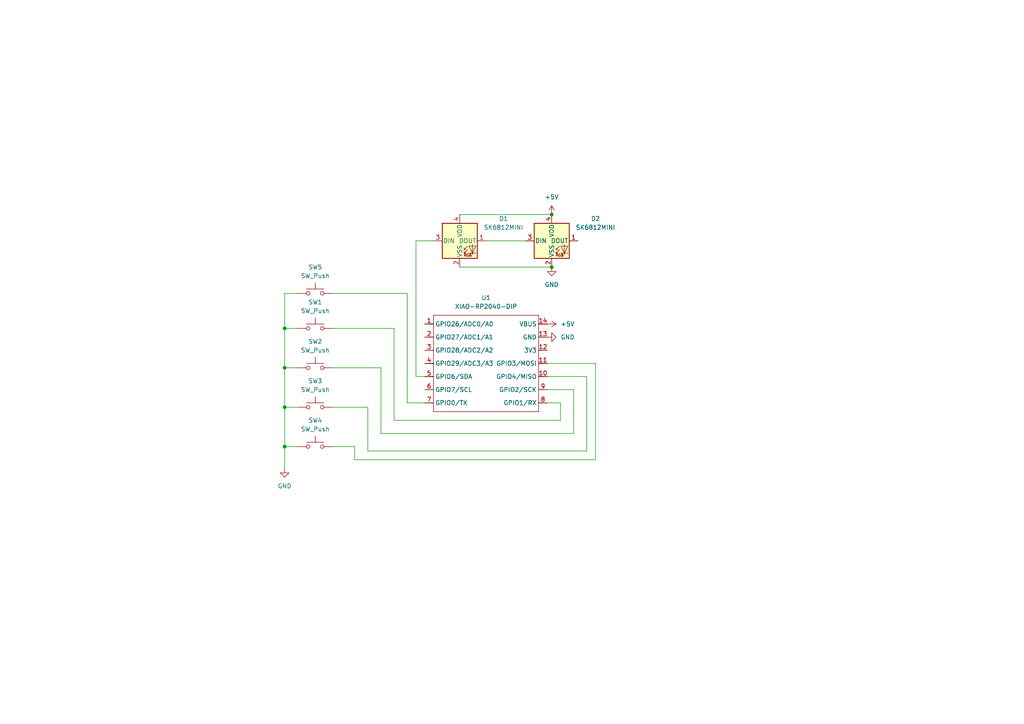
<source format=kicad_sch>
(kicad_sch
	(version 20250114)
	(generator "eeschema")
	(generator_version "9.0")
	(uuid "1f34c944-45a0-4f3d-95ec-c6cf827e2419")
	(paper "A4")
	(lib_symbols
		(symbol "LED:SK6812MINI"
			(pin_names
				(offset 0.254)
			)
			(exclude_from_sim no)
			(in_bom yes)
			(on_board yes)
			(property "Reference" "D"
				(at 5.08 5.715 0)
				(effects
					(font
						(size 1.27 1.27)
					)
					(justify right bottom)
				)
			)
			(property "Value" "SK6812MINI"
				(at 1.27 -5.715 0)
				(effects
					(font
						(size 1.27 1.27)
					)
					(justify left top)
				)
			)
			(property "Footprint" "LED_SMD:LED_SK6812MINI_PLCC4_3.5x3.5mm_P1.75mm"
				(at 1.27 -7.62 0)
				(effects
					(font
						(size 1.27 1.27)
					)
					(justify left top)
					(hide yes)
				)
			)
			(property "Datasheet" "https://cdn-shop.adafruit.com/product-files/2686/SK6812MINI_REV.01-1-2.pdf"
				(at 2.54 -9.525 0)
				(effects
					(font
						(size 1.27 1.27)
					)
					(justify left top)
					(hide yes)
				)
			)
			(property "Description" "RGB LED with integrated controller"
				(at 0 0 0)
				(effects
					(font
						(size 1.27 1.27)
					)
					(hide yes)
				)
			)
			(property "ki_keywords" "RGB LED NeoPixel Mini addressable"
				(at 0 0 0)
				(effects
					(font
						(size 1.27 1.27)
					)
					(hide yes)
				)
			)
			(property "ki_fp_filters" "LED*SK6812MINI*PLCC*3.5x3.5mm*P1.75mm*"
				(at 0 0 0)
				(effects
					(font
						(size 1.27 1.27)
					)
					(hide yes)
				)
			)
			(symbol "SK6812MINI_0_0"
				(text "RGB"
					(at 2.286 -4.191 0)
					(effects
						(font
							(size 0.762 0.762)
						)
					)
				)
			)
			(symbol "SK6812MINI_0_1"
				(polyline
					(pts
						(xy 1.27 -2.54) (xy 1.778 -2.54)
					)
					(stroke
						(width 0)
						(type default)
					)
					(fill
						(type none)
					)
				)
				(polyline
					(pts
						(xy 1.27 -3.556) (xy 1.778 -3.556)
					)
					(stroke
						(width 0)
						(type default)
					)
					(fill
						(type none)
					)
				)
				(polyline
					(pts
						(xy 2.286 -1.524) (xy 1.27 -2.54) (xy 1.27 -2.032)
					)
					(stroke
						(width 0)
						(type default)
					)
					(fill
						(type none)
					)
				)
				(polyline
					(pts
						(xy 2.286 -2.54) (xy 1.27 -3.556) (xy 1.27 -3.048)
					)
					(stroke
						(width 0)
						(type default)
					)
					(fill
						(type none)
					)
				)
				(polyline
					(pts
						(xy 3.683 -1.016) (xy 3.683 -3.556) (xy 3.683 -4.064)
					)
					(stroke
						(width 0)
						(type default)
					)
					(fill
						(type none)
					)
				)
				(polyline
					(pts
						(xy 4.699 -1.524) (xy 2.667 -1.524) (xy 3.683 -3.556) (xy 4.699 -1.524)
					)
					(stroke
						(width 0)
						(type default)
					)
					(fill
						(type none)
					)
				)
				(polyline
					(pts
						(xy 4.699 -3.556) (xy 2.667 -3.556)
					)
					(stroke
						(width 0)
						(type default)
					)
					(fill
						(type none)
					)
				)
				(rectangle
					(start 5.08 5.08)
					(end -5.08 -5.08)
					(stroke
						(width 0.254)
						(type default)
					)
					(fill
						(type background)
					)
				)
			)
			(symbol "SK6812MINI_1_1"
				(pin input line
					(at -7.62 0 0)
					(length 2.54)
					(name "DIN"
						(effects
							(font
								(size 1.27 1.27)
							)
						)
					)
					(number "3"
						(effects
							(font
								(size 1.27 1.27)
							)
						)
					)
				)
				(pin power_in line
					(at 0 7.62 270)
					(length 2.54)
					(name "VDD"
						(effects
							(font
								(size 1.27 1.27)
							)
						)
					)
					(number "4"
						(effects
							(font
								(size 1.27 1.27)
							)
						)
					)
				)
				(pin power_in line
					(at 0 -7.62 90)
					(length 2.54)
					(name "VSS"
						(effects
							(font
								(size 1.27 1.27)
							)
						)
					)
					(number "2"
						(effects
							(font
								(size 1.27 1.27)
							)
						)
					)
				)
				(pin output line
					(at 7.62 0 180)
					(length 2.54)
					(name "DOUT"
						(effects
							(font
								(size 1.27 1.27)
							)
						)
					)
					(number "1"
						(effects
							(font
								(size 1.27 1.27)
							)
						)
					)
				)
			)
			(embedded_fonts no)
		)
		(symbol "OPL:XIAO-RP2040-DIP"
			(exclude_from_sim no)
			(in_bom yes)
			(on_board yes)
			(property "Reference" "U"
				(at 0 0 0)
				(effects
					(font
						(size 1.27 1.27)
					)
				)
			)
			(property "Value" "XIAO-RP2040-DIP"
				(at 5.334 -1.778 0)
				(effects
					(font
						(size 1.27 1.27)
					)
				)
			)
			(property "Footprint" "Module:MOUDLE14P-XIAO-DIP-SMD"
				(at 14.478 -32.258 0)
				(effects
					(font
						(size 1.27 1.27)
					)
					(hide yes)
				)
			)
			(property "Datasheet" ""
				(at 0 0 0)
				(effects
					(font
						(size 1.27 1.27)
					)
					(hide yes)
				)
			)
			(property "Description" ""
				(at 0 0 0)
				(effects
					(font
						(size 1.27 1.27)
					)
					(hide yes)
				)
			)
			(symbol "XIAO-RP2040-DIP_1_0"
				(polyline
					(pts
						(xy -1.27 -2.54) (xy 29.21 -2.54)
					)
					(stroke
						(width 0.1524)
						(type solid)
					)
					(fill
						(type none)
					)
				)
				(polyline
					(pts
						(xy -1.27 -5.08) (xy -2.54 -5.08)
					)
					(stroke
						(width 0.1524)
						(type solid)
					)
					(fill
						(type none)
					)
				)
				(polyline
					(pts
						(xy -1.27 -5.08) (xy -1.27 -2.54)
					)
					(stroke
						(width 0.1524)
						(type solid)
					)
					(fill
						(type none)
					)
				)
				(polyline
					(pts
						(xy -1.27 -8.89) (xy -2.54 -8.89)
					)
					(stroke
						(width 0.1524)
						(type solid)
					)
					(fill
						(type none)
					)
				)
				(polyline
					(pts
						(xy -1.27 -8.89) (xy -1.27 -5.08)
					)
					(stroke
						(width 0.1524)
						(type solid)
					)
					(fill
						(type none)
					)
				)
				(polyline
					(pts
						(xy -1.27 -12.7) (xy -2.54 -12.7)
					)
					(stroke
						(width 0.1524)
						(type solid)
					)
					(fill
						(type none)
					)
				)
				(polyline
					(pts
						(xy -1.27 -12.7) (xy -1.27 -8.89)
					)
					(stroke
						(width 0.1524)
						(type solid)
					)
					(fill
						(type none)
					)
				)
				(polyline
					(pts
						(xy -1.27 -16.51) (xy -2.54 -16.51)
					)
					(stroke
						(width 0.1524)
						(type solid)
					)
					(fill
						(type none)
					)
				)
				(polyline
					(pts
						(xy -1.27 -16.51) (xy -1.27 -12.7)
					)
					(stroke
						(width 0.1524)
						(type solid)
					)
					(fill
						(type none)
					)
				)
				(polyline
					(pts
						(xy -1.27 -20.32) (xy -2.54 -20.32)
					)
					(stroke
						(width 0.1524)
						(type solid)
					)
					(fill
						(type none)
					)
				)
				(polyline
					(pts
						(xy -1.27 -24.13) (xy -2.54 -24.13)
					)
					(stroke
						(width 0.1524)
						(type solid)
					)
					(fill
						(type none)
					)
				)
				(polyline
					(pts
						(xy -1.27 -27.94) (xy -2.54 -27.94)
					)
					(stroke
						(width 0.1524)
						(type solid)
					)
					(fill
						(type none)
					)
				)
				(polyline
					(pts
						(xy -1.27 -30.48) (xy -1.27 -16.51)
					)
					(stroke
						(width 0.1524)
						(type solid)
					)
					(fill
						(type none)
					)
				)
				(polyline
					(pts
						(xy 29.21 -2.54) (xy 29.21 -5.08)
					)
					(stroke
						(width 0.1524)
						(type solid)
					)
					(fill
						(type none)
					)
				)
				(polyline
					(pts
						(xy 29.21 -5.08) (xy 29.21 -8.89)
					)
					(stroke
						(width 0.1524)
						(type solid)
					)
					(fill
						(type none)
					)
				)
				(polyline
					(pts
						(xy 29.21 -8.89) (xy 29.21 -12.7)
					)
					(stroke
						(width 0.1524)
						(type solid)
					)
					(fill
						(type none)
					)
				)
				(polyline
					(pts
						(xy 29.21 -12.7) (xy 29.21 -30.48)
					)
					(stroke
						(width 0.1524)
						(type solid)
					)
					(fill
						(type none)
					)
				)
				(polyline
					(pts
						(xy 29.21 -30.48) (xy -1.27 -30.48)
					)
					(stroke
						(width 0.1524)
						(type solid)
					)
					(fill
						(type none)
					)
				)
				(polyline
					(pts
						(xy 30.48 -5.08) (xy 29.21 -5.08)
					)
					(stroke
						(width 0.1524)
						(type solid)
					)
					(fill
						(type none)
					)
				)
				(polyline
					(pts
						(xy 30.48 -8.89) (xy 29.21 -8.89)
					)
					(stroke
						(width 0.1524)
						(type solid)
					)
					(fill
						(type none)
					)
				)
				(polyline
					(pts
						(xy 30.48 -12.7) (xy 29.21 -12.7)
					)
					(stroke
						(width 0.1524)
						(type solid)
					)
					(fill
						(type none)
					)
				)
				(polyline
					(pts
						(xy 30.48 -16.51) (xy 29.21 -16.51)
					)
					(stroke
						(width 0.1524)
						(type solid)
					)
					(fill
						(type none)
					)
				)
				(polyline
					(pts
						(xy 30.48 -20.32) (xy 29.21 -20.32)
					)
					(stroke
						(width 0.1524)
						(type solid)
					)
					(fill
						(type none)
					)
				)
				(polyline
					(pts
						(xy 30.48 -24.13) (xy 29.21 -24.13)
					)
					(stroke
						(width 0.1524)
						(type solid)
					)
					(fill
						(type none)
					)
				)
				(polyline
					(pts
						(xy 30.48 -27.94) (xy 29.21 -27.94)
					)
					(stroke
						(width 0.1524)
						(type solid)
					)
					(fill
						(type none)
					)
				)
				(pin passive line
					(at -3.81 -5.08 0)
					(length 2.54)
					(name "GPIO26/ADC0/A0"
						(effects
							(font
								(size 1.27 1.27)
							)
						)
					)
					(number "1"
						(effects
							(font
								(size 1.27 1.27)
							)
						)
					)
				)
				(pin passive line
					(at -3.81 -8.89 0)
					(length 2.54)
					(name "GPIO27/ADC1/A1"
						(effects
							(font
								(size 1.27 1.27)
							)
						)
					)
					(number "2"
						(effects
							(font
								(size 1.27 1.27)
							)
						)
					)
				)
				(pin passive line
					(at -3.81 -12.7 0)
					(length 2.54)
					(name "GPIO28/ADC2/A2"
						(effects
							(font
								(size 1.27 1.27)
							)
						)
					)
					(number "3"
						(effects
							(font
								(size 1.27 1.27)
							)
						)
					)
				)
				(pin passive line
					(at -3.81 -16.51 0)
					(length 2.54)
					(name "GPIO29/ADC3/A3"
						(effects
							(font
								(size 1.27 1.27)
							)
						)
					)
					(number "4"
						(effects
							(font
								(size 1.27 1.27)
							)
						)
					)
				)
				(pin passive line
					(at -3.81 -20.32 0)
					(length 2.54)
					(name "GPIO6/SDA"
						(effects
							(font
								(size 1.27 1.27)
							)
						)
					)
					(number "5"
						(effects
							(font
								(size 1.27 1.27)
							)
						)
					)
				)
				(pin passive line
					(at -3.81 -24.13 0)
					(length 2.54)
					(name "GPIO7/SCL"
						(effects
							(font
								(size 1.27 1.27)
							)
						)
					)
					(number "6"
						(effects
							(font
								(size 1.27 1.27)
							)
						)
					)
				)
				(pin passive line
					(at -3.81 -27.94 0)
					(length 2.54)
					(name "GPIO0/TX"
						(effects
							(font
								(size 1.27 1.27)
							)
						)
					)
					(number "7"
						(effects
							(font
								(size 1.27 1.27)
							)
						)
					)
				)
				(pin passive line
					(at 31.75 -5.08 180)
					(length 2.54)
					(name "VBUS"
						(effects
							(font
								(size 1.27 1.27)
							)
						)
					)
					(number "14"
						(effects
							(font
								(size 1.27 1.27)
							)
						)
					)
				)
				(pin passive line
					(at 31.75 -8.89 180)
					(length 2.54)
					(name "GND"
						(effects
							(font
								(size 1.27 1.27)
							)
						)
					)
					(number "13"
						(effects
							(font
								(size 1.27 1.27)
							)
						)
					)
				)
				(pin passive line
					(at 31.75 -12.7 180)
					(length 2.54)
					(name "3V3"
						(effects
							(font
								(size 1.27 1.27)
							)
						)
					)
					(number "12"
						(effects
							(font
								(size 1.27 1.27)
							)
						)
					)
				)
				(pin passive line
					(at 31.75 -16.51 180)
					(length 2.54)
					(name "GPIO3/MOSI"
						(effects
							(font
								(size 1.27 1.27)
							)
						)
					)
					(number "11"
						(effects
							(font
								(size 1.27 1.27)
							)
						)
					)
				)
				(pin passive line
					(at 31.75 -20.32 180)
					(length 2.54)
					(name "GPIO4/MISO"
						(effects
							(font
								(size 1.27 1.27)
							)
						)
					)
					(number "10"
						(effects
							(font
								(size 1.27 1.27)
							)
						)
					)
				)
				(pin passive line
					(at 31.75 -24.13 180)
					(length 2.54)
					(name "GPIO2/SCK"
						(effects
							(font
								(size 1.27 1.27)
							)
						)
					)
					(number "9"
						(effects
							(font
								(size 1.27 1.27)
							)
						)
					)
				)
				(pin passive line
					(at 31.75 -27.94 180)
					(length 2.54)
					(name "GPIO1/RX"
						(effects
							(font
								(size 1.27 1.27)
							)
						)
					)
					(number "8"
						(effects
							(font
								(size 1.27 1.27)
							)
						)
					)
				)
			)
			(embedded_fonts no)
		)
		(symbol "Switch:SW_Push"
			(pin_numbers
				(hide yes)
			)
			(pin_names
				(offset 1.016)
				(hide yes)
			)
			(exclude_from_sim no)
			(in_bom yes)
			(on_board yes)
			(property "Reference" "SW"
				(at 1.27 2.54 0)
				(effects
					(font
						(size 1.27 1.27)
					)
					(justify left)
				)
			)
			(property "Value" "SW_Push"
				(at 0 -1.524 0)
				(effects
					(font
						(size 1.27 1.27)
					)
				)
			)
			(property "Footprint" ""
				(at 0 5.08 0)
				(effects
					(font
						(size 1.27 1.27)
					)
					(hide yes)
				)
			)
			(property "Datasheet" "~"
				(at 0 5.08 0)
				(effects
					(font
						(size 1.27 1.27)
					)
					(hide yes)
				)
			)
			(property "Description" "Push button switch, generic, two pins"
				(at 0 0 0)
				(effects
					(font
						(size 1.27 1.27)
					)
					(hide yes)
				)
			)
			(property "ki_keywords" "switch normally-open pushbutton push-button"
				(at 0 0 0)
				(effects
					(font
						(size 1.27 1.27)
					)
					(hide yes)
				)
			)
			(symbol "SW_Push_0_1"
				(circle
					(center -2.032 0)
					(radius 0.508)
					(stroke
						(width 0)
						(type default)
					)
					(fill
						(type none)
					)
				)
				(polyline
					(pts
						(xy 0 1.27) (xy 0 3.048)
					)
					(stroke
						(width 0)
						(type default)
					)
					(fill
						(type none)
					)
				)
				(circle
					(center 2.032 0)
					(radius 0.508)
					(stroke
						(width 0)
						(type default)
					)
					(fill
						(type none)
					)
				)
				(polyline
					(pts
						(xy 2.54 1.27) (xy -2.54 1.27)
					)
					(stroke
						(width 0)
						(type default)
					)
					(fill
						(type none)
					)
				)
				(pin passive line
					(at -5.08 0 0)
					(length 2.54)
					(name "1"
						(effects
							(font
								(size 1.27 1.27)
							)
						)
					)
					(number "1"
						(effects
							(font
								(size 1.27 1.27)
							)
						)
					)
				)
				(pin passive line
					(at 5.08 0 180)
					(length 2.54)
					(name "2"
						(effects
							(font
								(size 1.27 1.27)
							)
						)
					)
					(number "2"
						(effects
							(font
								(size 1.27 1.27)
							)
						)
					)
				)
			)
			(embedded_fonts no)
		)
		(symbol "power:+5V"
			(power)
			(pin_numbers
				(hide yes)
			)
			(pin_names
				(offset 0)
				(hide yes)
			)
			(exclude_from_sim no)
			(in_bom yes)
			(on_board yes)
			(property "Reference" "#PWR"
				(at 0 -3.81 0)
				(effects
					(font
						(size 1.27 1.27)
					)
					(hide yes)
				)
			)
			(property "Value" "+5V"
				(at 0 3.556 0)
				(effects
					(font
						(size 1.27 1.27)
					)
				)
			)
			(property "Footprint" ""
				(at 0 0 0)
				(effects
					(font
						(size 1.27 1.27)
					)
					(hide yes)
				)
			)
			(property "Datasheet" ""
				(at 0 0 0)
				(effects
					(font
						(size 1.27 1.27)
					)
					(hide yes)
				)
			)
			(property "Description" "Power symbol creates a global label with name \"+5V\""
				(at 0 0 0)
				(effects
					(font
						(size 1.27 1.27)
					)
					(hide yes)
				)
			)
			(property "ki_keywords" "global power"
				(at 0 0 0)
				(effects
					(font
						(size 1.27 1.27)
					)
					(hide yes)
				)
			)
			(symbol "+5V_0_1"
				(polyline
					(pts
						(xy -0.762 1.27) (xy 0 2.54)
					)
					(stroke
						(width 0)
						(type default)
					)
					(fill
						(type none)
					)
				)
				(polyline
					(pts
						(xy 0 2.54) (xy 0.762 1.27)
					)
					(stroke
						(width 0)
						(type default)
					)
					(fill
						(type none)
					)
				)
				(polyline
					(pts
						(xy 0 0) (xy 0 2.54)
					)
					(stroke
						(width 0)
						(type default)
					)
					(fill
						(type none)
					)
				)
			)
			(symbol "+5V_1_1"
				(pin power_in line
					(at 0 0 90)
					(length 0)
					(name "~"
						(effects
							(font
								(size 1.27 1.27)
							)
						)
					)
					(number "1"
						(effects
							(font
								(size 1.27 1.27)
							)
						)
					)
				)
			)
			(embedded_fonts no)
		)
		(symbol "power:GND"
			(power)
			(pin_numbers
				(hide yes)
			)
			(pin_names
				(offset 0)
				(hide yes)
			)
			(exclude_from_sim no)
			(in_bom yes)
			(on_board yes)
			(property "Reference" "#PWR"
				(at 0 -6.35 0)
				(effects
					(font
						(size 1.27 1.27)
					)
					(hide yes)
				)
			)
			(property "Value" "GND"
				(at 0 -3.81 0)
				(effects
					(font
						(size 1.27 1.27)
					)
				)
			)
			(property "Footprint" ""
				(at 0 0 0)
				(effects
					(font
						(size 1.27 1.27)
					)
					(hide yes)
				)
			)
			(property "Datasheet" ""
				(at 0 0 0)
				(effects
					(font
						(size 1.27 1.27)
					)
					(hide yes)
				)
			)
			(property "Description" "Power symbol creates a global label with name \"GND\" , ground"
				(at 0 0 0)
				(effects
					(font
						(size 1.27 1.27)
					)
					(hide yes)
				)
			)
			(property "ki_keywords" "global power"
				(at 0 0 0)
				(effects
					(font
						(size 1.27 1.27)
					)
					(hide yes)
				)
			)
			(symbol "GND_0_1"
				(polyline
					(pts
						(xy 0 0) (xy 0 -1.27) (xy 1.27 -1.27) (xy 0 -2.54) (xy -1.27 -1.27) (xy 0 -1.27)
					)
					(stroke
						(width 0)
						(type default)
					)
					(fill
						(type none)
					)
				)
			)
			(symbol "GND_1_1"
				(pin power_in line
					(at 0 0 270)
					(length 0)
					(name "~"
						(effects
							(font
								(size 1.27 1.27)
							)
						)
					)
					(number "1"
						(effects
							(font
								(size 1.27 1.27)
							)
						)
					)
				)
			)
			(embedded_fonts no)
		)
	)
	(junction
		(at 82.55 129.54)
		(diameter 0)
		(color 0 0 0 0)
		(uuid "41813323-88d5-4b2b-8e1d-b0264cb89da5")
	)
	(junction
		(at 82.55 95.25)
		(diameter 0)
		(color 0 0 0 0)
		(uuid "a4396f4d-35b8-4967-9d05-42fb08ed67c3")
	)
	(junction
		(at 160.02 77.47)
		(diameter 0)
		(color 0 0 0 0)
		(uuid "b8864b58-f9d5-4bc9-a891-b0b7c831cb35")
	)
	(junction
		(at 82.55 118.11)
		(diameter 0)
		(color 0 0 0 0)
		(uuid "ce755793-281c-4b0d-aaed-03867fc23d4a")
	)
	(junction
		(at 82.55 106.68)
		(diameter 0)
		(color 0 0 0 0)
		(uuid "e4348d56-8633-448c-a69c-34ee8ca0bfcc")
	)
	(junction
		(at 160.02 62.23)
		(diameter 0)
		(color 0 0 0 0)
		(uuid "f5378a9a-92a5-4391-9864-f90afba341ba")
	)
	(wire
		(pts
			(xy 102.87 133.35) (xy 102.87 129.54)
		)
		(stroke
			(width 0)
			(type default)
		)
		(uuid "02a9de38-dbf3-45fc-9a80-3778c9757815")
	)
	(wire
		(pts
			(xy 162.56 121.92) (xy 114.3 121.92)
		)
		(stroke
			(width 0)
			(type default)
		)
		(uuid "0767397e-f3fc-4206-92ec-124f6a98f11c")
	)
	(wire
		(pts
			(xy 172.72 133.35) (xy 102.87 133.35)
		)
		(stroke
			(width 0)
			(type default)
		)
		(uuid "07ce8dfa-cc82-4598-8fee-a6b7af906505")
	)
	(wire
		(pts
			(xy 170.18 130.81) (xy 106.68 130.81)
		)
		(stroke
			(width 0)
			(type default)
		)
		(uuid "0abc1b48-9eca-46d4-af34-30bae776c5b9")
	)
	(wire
		(pts
			(xy 110.49 125.73) (xy 110.49 106.68)
		)
		(stroke
			(width 0)
			(type default)
		)
		(uuid "1327bacd-7451-4e63-a99e-931cefad2f07")
	)
	(wire
		(pts
			(xy 158.75 113.03) (xy 166.37 113.03)
		)
		(stroke
			(width 0)
			(type default)
		)
		(uuid "17f8dab3-dc32-4d26-a3bf-73bd4ce61766")
	)
	(wire
		(pts
			(xy 82.55 118.11) (xy 82.55 129.54)
		)
		(stroke
			(width 0)
			(type default)
		)
		(uuid "20cdd232-8b3a-4a1f-ae75-9ea1a588b9a5")
	)
	(wire
		(pts
			(xy 82.55 118.11) (xy 86.36 118.11)
		)
		(stroke
			(width 0)
			(type default)
		)
		(uuid "2324b7cd-f7c2-4286-a280-28eb7bbd94b5")
	)
	(wire
		(pts
			(xy 102.87 129.54) (xy 96.52 129.54)
		)
		(stroke
			(width 0)
			(type default)
		)
		(uuid "2693e042-bdc0-47be-bc7d-8421f022e7d7")
	)
	(wire
		(pts
			(xy 166.37 113.03) (xy 166.37 125.73)
		)
		(stroke
			(width 0)
			(type default)
		)
		(uuid "3080167b-4dea-4c3b-a47c-848c994955db")
	)
	(wire
		(pts
			(xy 82.55 106.68) (xy 82.55 118.11)
		)
		(stroke
			(width 0)
			(type default)
		)
		(uuid "37fb277b-74d1-4490-974d-0c3a7af2da6a")
	)
	(wire
		(pts
			(xy 82.55 106.68) (xy 86.36 106.68)
		)
		(stroke
			(width 0)
			(type default)
		)
		(uuid "386aee3a-7978-4a7b-89c4-67a0ee977309")
	)
	(wire
		(pts
			(xy 158.75 105.41) (xy 172.72 105.41)
		)
		(stroke
			(width 0)
			(type default)
		)
		(uuid "436af0d6-2c9a-4e30-8c47-0b9b97066244")
	)
	(wire
		(pts
			(xy 162.56 116.84) (xy 162.56 121.92)
		)
		(stroke
			(width 0)
			(type default)
		)
		(uuid "521c6b39-05c7-4e48-9b7f-49f0096358bb")
	)
	(wire
		(pts
			(xy 96.52 85.09) (xy 118.11 85.09)
		)
		(stroke
			(width 0)
			(type default)
		)
		(uuid "5e7999ea-eb8f-429a-9582-0d30039c6346")
	)
	(wire
		(pts
			(xy 86.36 85.09) (xy 82.55 85.09)
		)
		(stroke
			(width 0)
			(type default)
		)
		(uuid "621ae72b-1def-42fe-b372-a0aab774d586")
	)
	(wire
		(pts
			(xy 82.55 129.54) (xy 82.55 135.89)
		)
		(stroke
			(width 0)
			(type default)
		)
		(uuid "641089f5-4ecc-490f-9491-82943076685b")
	)
	(wire
		(pts
			(xy 106.68 118.11) (xy 96.52 118.11)
		)
		(stroke
			(width 0)
			(type default)
		)
		(uuid "64816f84-fcd9-4cd8-a691-b0985f5372cb")
	)
	(wire
		(pts
			(xy 82.55 95.25) (xy 82.55 106.68)
		)
		(stroke
			(width 0)
			(type default)
		)
		(uuid "6614b9f1-3281-474d-a3e3-e01eba2e83cf")
	)
	(wire
		(pts
			(xy 166.37 125.73) (xy 110.49 125.73)
		)
		(stroke
			(width 0)
			(type default)
		)
		(uuid "68d10d31-6309-49d5-80e0-cfdbb6b675b1")
	)
	(wire
		(pts
			(xy 133.35 77.47) (xy 160.02 77.47)
		)
		(stroke
			(width 0)
			(type default)
		)
		(uuid "70b1ee25-ed07-4082-a9e9-6ac2daeafef7")
	)
	(wire
		(pts
			(xy 133.35 62.23) (xy 160.02 62.23)
		)
		(stroke
			(width 0)
			(type default)
		)
		(uuid "7fe07a5f-d58f-47ad-983f-57fa6f2a2e57")
	)
	(wire
		(pts
			(xy 120.65 109.22) (xy 120.65 69.85)
		)
		(stroke
			(width 0)
			(type default)
		)
		(uuid "855b9bf4-5c57-421f-900f-1a2f52699e91")
	)
	(wire
		(pts
			(xy 158.75 109.22) (xy 170.18 109.22)
		)
		(stroke
			(width 0)
			(type default)
		)
		(uuid "87246a07-ea31-4afb-a728-7e96d76b523f")
	)
	(wire
		(pts
			(xy 118.11 116.84) (xy 123.19 116.84)
		)
		(stroke
			(width 0)
			(type default)
		)
		(uuid "9a4b4742-e3ab-4a84-ba6e-ceac82cb4c8c")
	)
	(wire
		(pts
			(xy 140.97 69.85) (xy 152.4 69.85)
		)
		(stroke
			(width 0)
			(type default)
		)
		(uuid "a7e6d9e2-fa11-431e-9636-373d7958fcc8")
	)
	(wire
		(pts
			(xy 118.11 85.09) (xy 118.11 116.84)
		)
		(stroke
			(width 0)
			(type default)
		)
		(uuid "b848e384-c43b-468f-bc8a-355ccc64fad7")
	)
	(wire
		(pts
			(xy 114.3 121.92) (xy 114.3 95.25)
		)
		(stroke
			(width 0)
			(type default)
		)
		(uuid "b8ff5c47-ead6-4340-a81c-3c4ec77c4fd8")
	)
	(wire
		(pts
			(xy 82.55 95.25) (xy 86.36 95.25)
		)
		(stroke
			(width 0)
			(type default)
		)
		(uuid "bd4b8e08-4889-47ab-9934-b799714875fe")
	)
	(wire
		(pts
			(xy 110.49 106.68) (xy 96.52 106.68)
		)
		(stroke
			(width 0)
			(type default)
		)
		(uuid "c3ba7540-8d18-4e87-83a7-4220b2472412")
	)
	(wire
		(pts
			(xy 170.18 109.22) (xy 170.18 130.81)
		)
		(stroke
			(width 0)
			(type default)
		)
		(uuid "c6b252f4-4341-49c6-90ce-80d592810d63")
	)
	(wire
		(pts
			(xy 106.68 130.81) (xy 106.68 118.11)
		)
		(stroke
			(width 0)
			(type default)
		)
		(uuid "c84afc36-3252-495b-99a2-e574859c68d8")
	)
	(wire
		(pts
			(xy 120.65 69.85) (xy 125.73 69.85)
		)
		(stroke
			(width 0)
			(type default)
		)
		(uuid "da9d78f3-35da-4a45-bdb6-32a492189201")
	)
	(wire
		(pts
			(xy 82.55 85.09) (xy 82.55 95.25)
		)
		(stroke
			(width 0)
			(type default)
		)
		(uuid "e4d7cc0a-fa29-4fa3-868d-b39b35a79eb2")
	)
	(wire
		(pts
			(xy 123.19 109.22) (xy 120.65 109.22)
		)
		(stroke
			(width 0)
			(type default)
		)
		(uuid "e52aad0b-4612-4728-988a-b975c0ac0c86")
	)
	(wire
		(pts
			(xy 82.55 129.54) (xy 86.36 129.54)
		)
		(stroke
			(width 0)
			(type default)
		)
		(uuid "e7c80533-6306-423a-b3dc-5798c467e27d")
	)
	(wire
		(pts
			(xy 172.72 105.41) (xy 172.72 133.35)
		)
		(stroke
			(width 0)
			(type default)
		)
		(uuid "fe2a74e5-a986-4fd4-9f26-2ec412173d44")
	)
	(wire
		(pts
			(xy 158.75 116.84) (xy 162.56 116.84)
		)
		(stroke
			(width 0)
			(type default)
		)
		(uuid "fe366fcc-f0bc-4152-88b1-69e755afda5b")
	)
	(wire
		(pts
			(xy 114.3 95.25) (xy 96.52 95.25)
		)
		(stroke
			(width 0)
			(type default)
		)
		(uuid "ff049594-f6fb-4cc1-b394-967772f95517")
	)
	(symbol
		(lib_id "LED:SK6812MINI")
		(at 160.02 69.85 0)
		(unit 1)
		(exclude_from_sim no)
		(in_bom yes)
		(on_board yes)
		(dnp no)
		(fields_autoplaced yes)
		(uuid "13c305de-e2e3-40f7-8673-fcc747b0c33d")
		(property "Reference" "D2"
			(at 172.72 63.4298 0)
			(effects
				(font
					(size 1.27 1.27)
				)
			)
		)
		(property "Value" "SK6812MINI"
			(at 172.72 65.9698 0)
			(effects
				(font
					(size 1.27 1.27)
				)
			)
		)
		(property "Footprint" "LED_SMD:LED_SK6812MINI_PLCC4_3.5x3.5mm_P1.75mm"
			(at 161.29 77.47 0)
			(effects
				(font
					(size 1.27 1.27)
				)
				(justify left top)
				(hide yes)
			)
		)
		(property "Datasheet" "https://cdn-shop.adafruit.com/product-files/2686/SK6812MINI_REV.01-1-2.pdf"
			(at 162.56 79.375 0)
			(effects
				(font
					(size 1.27 1.27)
				)
				(justify left top)
				(hide yes)
			)
		)
		(property "Description" "RGB LED with integrated controller"
			(at 160.02 69.85 0)
			(effects
				(font
					(size 1.27 1.27)
				)
				(hide yes)
			)
		)
		(pin "2"
			(uuid "4d420c74-102b-49e7-8fe6-f6a906b704a4")
		)
		(pin "4"
			(uuid "38730659-52b5-45e3-931b-4f1ddd7fb01b")
		)
		(pin "3"
			(uuid "13d16480-6dad-4023-a3f8-9285fb8614ba")
		)
		(pin "1"
			(uuid "94c50c43-8d98-4868-9a07-ed5d9cdcd793")
		)
		(instances
			(project ""
				(path "/1f34c944-45a0-4f3d-95ec-c6cf827e2419"
					(reference "D2")
					(unit 1)
				)
			)
		)
	)
	(symbol
		(lib_id "Switch:SW_Push")
		(at 91.44 118.11 0)
		(unit 1)
		(exclude_from_sim no)
		(in_bom yes)
		(on_board yes)
		(dnp no)
		(fields_autoplaced yes)
		(uuid "28da3948-d2c3-4d7d-8a40-e79a5f53cb68")
		(property "Reference" "SW3"
			(at 91.44 110.49 0)
			(effects
				(font
					(size 1.27 1.27)
				)
			)
		)
		(property "Value" "SW_Push"
			(at 91.44 113.03 0)
			(effects
				(font
					(size 1.27 1.27)
				)
			)
		)
		(property "Footprint" "Button_Switch_Keyboard:SW_Cherry_MX_1.00u_PCB"
			(at 91.44 113.03 0)
			(effects
				(font
					(size 1.27 1.27)
				)
				(hide yes)
			)
		)
		(property "Datasheet" "~"
			(at 91.44 113.03 0)
			(effects
				(font
					(size 1.27 1.27)
				)
				(hide yes)
			)
		)
		(property "Description" "Push button switch, generic, two pins"
			(at 91.44 118.11 0)
			(effects
				(font
					(size 1.27 1.27)
				)
				(hide yes)
			)
		)
		(pin "2"
			(uuid "f2cfe111-3007-4a68-bdb8-ab3a5853e92a")
		)
		(pin "1"
			(uuid "65a3429a-5cc8-4243-9bdd-aa4e4a48a3e4")
		)
		(instances
			(project ""
				(path "/1f34c944-45a0-4f3d-95ec-c6cf827e2419"
					(reference "SW3")
					(unit 1)
				)
			)
		)
	)
	(symbol
		(lib_id "power:GND")
		(at 158.75 97.79 90)
		(unit 1)
		(exclude_from_sim no)
		(in_bom yes)
		(on_board yes)
		(dnp no)
		(fields_autoplaced yes)
		(uuid "33b57b15-45fc-4d8a-9b50-9bf72451e9aa")
		(property "Reference" "#PWR04"
			(at 165.1 97.79 0)
			(effects
				(font
					(size 1.27 1.27)
				)
				(hide yes)
			)
		)
		(property "Value" "GND"
			(at 162.56 97.7899 90)
			(effects
				(font
					(size 1.27 1.27)
				)
				(justify right)
			)
		)
		(property "Footprint" ""
			(at 158.75 97.79 0)
			(effects
				(font
					(size 1.27 1.27)
				)
				(hide yes)
			)
		)
		(property "Datasheet" ""
			(at 158.75 97.79 0)
			(effects
				(font
					(size 1.27 1.27)
				)
				(hide yes)
			)
		)
		(property "Description" "Power symbol creates a global label with name \"GND\" , ground"
			(at 158.75 97.79 0)
			(effects
				(font
					(size 1.27 1.27)
				)
				(hide yes)
			)
		)
		(pin "1"
			(uuid "a5e49f12-0e7b-48d2-8080-7ff4204b2c3e")
		)
		(instances
			(project ""
				(path "/1f34c944-45a0-4f3d-95ec-c6cf827e2419"
					(reference "#PWR04")
					(unit 1)
				)
			)
		)
	)
	(symbol
		(lib_id "Switch:SW_Push")
		(at 91.44 106.68 0)
		(unit 1)
		(exclude_from_sim no)
		(in_bom yes)
		(on_board yes)
		(dnp no)
		(fields_autoplaced yes)
		(uuid "4ad7936a-3578-4dc3-b561-acc7adf03d19")
		(property "Reference" "SW2"
			(at 91.44 99.06 0)
			(effects
				(font
					(size 1.27 1.27)
				)
			)
		)
		(property "Value" "SW_Push"
			(at 91.44 101.6 0)
			(effects
				(font
					(size 1.27 1.27)
				)
			)
		)
		(property "Footprint" "Button_Switch_Keyboard:SW_Cherry_MX_1.00u_PCB"
			(at 91.44 101.6 0)
			(effects
				(font
					(size 1.27 1.27)
				)
				(hide yes)
			)
		)
		(property "Datasheet" "~"
			(at 91.44 101.6 0)
			(effects
				(font
					(size 1.27 1.27)
				)
				(hide yes)
			)
		)
		(property "Description" "Push button switch, generic, two pins"
			(at 91.44 106.68 0)
			(effects
				(font
					(size 1.27 1.27)
				)
				(hide yes)
			)
		)
		(pin "2"
			(uuid "6d40e985-841c-40d2-a843-4d706bff81e6")
		)
		(pin "1"
			(uuid "75b89130-0a08-4b84-878c-4e9831d9d963")
		)
		(instances
			(project ""
				(path "/1f34c944-45a0-4f3d-95ec-c6cf827e2419"
					(reference "SW2")
					(unit 1)
				)
			)
		)
	)
	(symbol
		(lib_id "Switch:SW_Push")
		(at 91.44 95.25 0)
		(unit 1)
		(exclude_from_sim no)
		(in_bom yes)
		(on_board yes)
		(dnp no)
		(fields_autoplaced yes)
		(uuid "5a7bd6ea-e6b8-4ef4-8ea6-343658c55d40")
		(property "Reference" "SW1"
			(at 91.44 87.63 0)
			(effects
				(font
					(size 1.27 1.27)
				)
			)
		)
		(property "Value" "SW_Push"
			(at 91.44 90.17 0)
			(effects
				(font
					(size 1.27 1.27)
				)
			)
		)
		(property "Footprint" "Button_Switch_Keyboard:SW_Cherry_MX_1.00u_PCB"
			(at 91.44 90.17 0)
			(effects
				(font
					(size 1.27 1.27)
				)
				(hide yes)
			)
		)
		(property "Datasheet" "~"
			(at 91.44 90.17 0)
			(effects
				(font
					(size 1.27 1.27)
				)
				(hide yes)
			)
		)
		(property "Description" "Push button switch, generic, two pins"
			(at 91.44 95.25 0)
			(effects
				(font
					(size 1.27 1.27)
				)
				(hide yes)
			)
		)
		(pin "2"
			(uuid "46582ef0-9ec7-4794-ab81-07ca81eef0a8")
		)
		(pin "1"
			(uuid "a89757bc-0bdd-4854-8087-2d7736057ae5")
		)
		(instances
			(project ""
				(path "/1f34c944-45a0-4f3d-95ec-c6cf827e2419"
					(reference "SW1")
					(unit 1)
				)
			)
		)
	)
	(symbol
		(lib_id "power:+5V")
		(at 160.02 62.23 0)
		(unit 1)
		(exclude_from_sim no)
		(in_bom yes)
		(on_board yes)
		(dnp no)
		(fields_autoplaced yes)
		(uuid "5c4adaf1-b92d-4709-8b71-1b4a8f134813")
		(property "Reference" "#PWR01"
			(at 160.02 66.04 0)
			(effects
				(font
					(size 1.27 1.27)
				)
				(hide yes)
			)
		)
		(property "Value" "+5V"
			(at 160.02 57.15 0)
			(effects
				(font
					(size 1.27 1.27)
				)
			)
		)
		(property "Footprint" ""
			(at 160.02 62.23 0)
			(effects
				(font
					(size 1.27 1.27)
				)
				(hide yes)
			)
		)
		(property "Datasheet" ""
			(at 160.02 62.23 0)
			(effects
				(font
					(size 1.27 1.27)
				)
				(hide yes)
			)
		)
		(property "Description" "Power symbol creates a global label with name \"+5V\""
			(at 160.02 62.23 0)
			(effects
				(font
					(size 1.27 1.27)
				)
				(hide yes)
			)
		)
		(pin "1"
			(uuid "6b6c7225-77a2-4a05-9893-ff371c56fee4")
		)
		(instances
			(project ""
				(path "/1f34c944-45a0-4f3d-95ec-c6cf827e2419"
					(reference "#PWR01")
					(unit 1)
				)
			)
		)
	)
	(symbol
		(lib_id "LED:SK6812MINI")
		(at 133.35 69.85 0)
		(unit 1)
		(exclude_from_sim no)
		(in_bom yes)
		(on_board yes)
		(dnp no)
		(fields_autoplaced yes)
		(uuid "6a6cc879-5622-41c6-927f-81a7287ca3c8")
		(property "Reference" "D1"
			(at 146.05 63.4298 0)
			(effects
				(font
					(size 1.27 1.27)
				)
			)
		)
		(property "Value" "SK6812MINI"
			(at 146.05 65.9698 0)
			(effects
				(font
					(size 1.27 1.27)
				)
			)
		)
		(property "Footprint" "LED_SMD:LED_SK6812MINI_PLCC4_3.5x3.5mm_P1.75mm"
			(at 134.62 77.47 0)
			(effects
				(font
					(size 1.27 1.27)
				)
				(justify left top)
				(hide yes)
			)
		)
		(property "Datasheet" "https://cdn-shop.adafruit.com/product-files/2686/SK6812MINI_REV.01-1-2.pdf"
			(at 135.89 79.375 0)
			(effects
				(font
					(size 1.27 1.27)
				)
				(justify left top)
				(hide yes)
			)
		)
		(property "Description" "RGB LED with integrated controller"
			(at 133.35 69.85 0)
			(effects
				(font
					(size 1.27 1.27)
				)
				(hide yes)
			)
		)
		(pin "1"
			(uuid "bc167d7f-0355-4819-a8da-9240fe975af8")
		)
		(pin "4"
			(uuid "d483fda6-849b-48fc-a358-2cf623d21438")
		)
		(pin "3"
			(uuid "7661c633-c4e3-4169-8f84-c554da703d0b")
		)
		(pin "2"
			(uuid "1e9c7fda-c392-47d4-9eb6-8d5283d38dbd")
		)
		(instances
			(project ""
				(path "/1f34c944-45a0-4f3d-95ec-c6cf827e2419"
					(reference "D1")
					(unit 1)
				)
			)
		)
	)
	(symbol
		(lib_id "OPL:XIAO-RP2040-DIP")
		(at 127 88.9 0)
		(unit 1)
		(exclude_from_sim no)
		(in_bom yes)
		(on_board yes)
		(dnp no)
		(fields_autoplaced yes)
		(uuid "6c50c150-9f1c-4737-a0be-b50748cc136e")
		(property "Reference" "U1"
			(at 140.97 86.36 0)
			(effects
				(font
					(size 1.27 1.27)
				)
			)
		)
		(property "Value" "XIAO-RP2040-DIP"
			(at 140.97 88.9 0)
			(effects
				(font
					(size 1.27 1.27)
				)
			)
		)
		(property "Footprint" "OPL:XIAO-RP2040-DIP"
			(at 141.478 121.158 0)
			(effects
				(font
					(size 1.27 1.27)
				)
				(hide yes)
			)
		)
		(property "Datasheet" ""
			(at 127 88.9 0)
			(effects
				(font
					(size 1.27 1.27)
				)
				(hide yes)
			)
		)
		(property "Description" ""
			(at 127 88.9 0)
			(effects
				(font
					(size 1.27 1.27)
				)
				(hide yes)
			)
		)
		(pin "4"
			(uuid "ec3884ec-c098-4144-ae64-6d5ac7ca708b")
		)
		(pin "11"
			(uuid "dda839e7-8eeb-4560-be1f-e051125f52e4")
		)
		(pin "8"
			(uuid "f17b1389-ae57-4c7d-9d54-26725d8c41e2")
		)
		(pin "14"
			(uuid "85c84427-b92b-4baa-8489-cb8084869ee2")
		)
		(pin "12"
			(uuid "fc3f6c8c-2d4c-4fdc-bb9d-2c39756bd18d")
		)
		(pin "2"
			(uuid "7d600b68-7f96-4db2-9754-28f880e68ef4")
		)
		(pin "3"
			(uuid "715ddbd9-fd45-4ae7-9cb3-d488b397432e")
		)
		(pin "1"
			(uuid "1e083e7b-a862-4c35-8818-5260538d8f8d")
		)
		(pin "10"
			(uuid "83e057f5-4d94-4cdc-9a96-df09b5528e90")
		)
		(pin "9"
			(uuid "9fa09640-0ef6-454d-a91d-98a10b892349")
		)
		(pin "5"
			(uuid "0f194919-2aa1-48ae-8688-7335a3b58633")
		)
		(pin "6"
			(uuid "1f9e13bd-d177-4c66-918a-1cbfa6c5fb38")
		)
		(pin "7"
			(uuid "7c22f8a9-6fc7-4750-b7e2-fad7d111750b")
		)
		(pin "13"
			(uuid "74fa165b-fc8a-441f-8cb5-45c0c60274a9")
		)
		(instances
			(project ""
				(path "/1f34c944-45a0-4f3d-95ec-c6cf827e2419"
					(reference "U1")
					(unit 1)
				)
			)
		)
	)
	(symbol
		(lib_id "power:GND")
		(at 82.55 135.89 0)
		(unit 1)
		(exclude_from_sim no)
		(in_bom yes)
		(on_board yes)
		(dnp no)
		(fields_autoplaced yes)
		(uuid "8356edbb-d765-45b3-ae2f-caf53c83776d")
		(property "Reference" "#PWR05"
			(at 82.55 142.24 0)
			(effects
				(font
					(size 1.27 1.27)
				)
				(hide yes)
			)
		)
		(property "Value" "GND"
			(at 82.55 140.97 0)
			(effects
				(font
					(size 1.27 1.27)
				)
			)
		)
		(property "Footprint" ""
			(at 82.55 135.89 0)
			(effects
				(font
					(size 1.27 1.27)
				)
				(hide yes)
			)
		)
		(property "Datasheet" ""
			(at 82.55 135.89 0)
			(effects
				(font
					(size 1.27 1.27)
				)
				(hide yes)
			)
		)
		(property "Description" "Power symbol creates a global label with name \"GND\" , ground"
			(at 82.55 135.89 0)
			(effects
				(font
					(size 1.27 1.27)
				)
				(hide yes)
			)
		)
		(pin "1"
			(uuid "fc82f9f5-bbf8-4d11-9843-2a18f114fe39")
		)
		(instances
			(project ""
				(path "/1f34c944-45a0-4f3d-95ec-c6cf827e2419"
					(reference "#PWR05")
					(unit 1)
				)
			)
		)
	)
	(symbol
		(lib_id "power:GND")
		(at 160.02 77.47 0)
		(unit 1)
		(exclude_from_sim no)
		(in_bom yes)
		(on_board yes)
		(dnp no)
		(fields_autoplaced yes)
		(uuid "9313a573-5b04-45a2-8f4f-82358d21d5f5")
		(property "Reference" "#PWR03"
			(at 160.02 83.82 0)
			(effects
				(font
					(size 1.27 1.27)
				)
				(hide yes)
			)
		)
		(property "Value" "GND"
			(at 160.02 82.55 0)
			(effects
				(font
					(size 1.27 1.27)
				)
			)
		)
		(property "Footprint" ""
			(at 160.02 77.47 0)
			(effects
				(font
					(size 1.27 1.27)
				)
				(hide yes)
			)
		)
		(property "Datasheet" ""
			(at 160.02 77.47 0)
			(effects
				(font
					(size 1.27 1.27)
				)
				(hide yes)
			)
		)
		(property "Description" "Power symbol creates a global label with name \"GND\" , ground"
			(at 160.02 77.47 0)
			(effects
				(font
					(size 1.27 1.27)
				)
				(hide yes)
			)
		)
		(pin "1"
			(uuid "974c8a41-0376-4176-84b3-c3c6b884636f")
		)
		(instances
			(project ""
				(path "/1f34c944-45a0-4f3d-95ec-c6cf827e2419"
					(reference "#PWR03")
					(unit 1)
				)
			)
		)
	)
	(symbol
		(lib_id "Switch:SW_Push")
		(at 91.44 129.54 0)
		(unit 1)
		(exclude_from_sim no)
		(in_bom yes)
		(on_board yes)
		(dnp no)
		(fields_autoplaced yes)
		(uuid "bf3b959a-25f5-40c1-a9ee-e0d68403b3f9")
		(property "Reference" "SW4"
			(at 91.44 121.92 0)
			(effects
				(font
					(size 1.27 1.27)
				)
			)
		)
		(property "Value" "SW_Push"
			(at 91.44 124.46 0)
			(effects
				(font
					(size 1.27 1.27)
				)
			)
		)
		(property "Footprint" "Button_Switch_Keyboard:SW_Cherry_MX_1.00u_PCB"
			(at 91.44 124.46 0)
			(effects
				(font
					(size 1.27 1.27)
				)
				(hide yes)
			)
		)
		(property "Datasheet" "~"
			(at 91.44 124.46 0)
			(effects
				(font
					(size 1.27 1.27)
				)
				(hide yes)
			)
		)
		(property "Description" "Push button switch, generic, two pins"
			(at 91.44 129.54 0)
			(effects
				(font
					(size 1.27 1.27)
				)
				(hide yes)
			)
		)
		(pin "1"
			(uuid "3f73af04-e7ee-485f-9c0c-dca15dec0c78")
		)
		(pin "2"
			(uuid "1a52ff2e-4dc8-42a9-a7bf-48a901f92080")
		)
		(instances
			(project ""
				(path "/1f34c944-45a0-4f3d-95ec-c6cf827e2419"
					(reference "SW4")
					(unit 1)
				)
			)
		)
	)
	(symbol
		(lib_id "power:+5V")
		(at 158.75 93.98 270)
		(unit 1)
		(exclude_from_sim no)
		(in_bom yes)
		(on_board yes)
		(dnp no)
		(fields_autoplaced yes)
		(uuid "c04af9d8-4713-41c8-8cf8-62b332848e0c")
		(property "Reference" "#PWR02"
			(at 154.94 93.98 0)
			(effects
				(font
					(size 1.27 1.27)
				)
				(hide yes)
			)
		)
		(property "Value" "+5V"
			(at 162.56 93.9799 90)
			(effects
				(font
					(size 1.27 1.27)
				)
				(justify left)
			)
		)
		(property "Footprint" ""
			(at 158.75 93.98 0)
			(effects
				(font
					(size 1.27 1.27)
				)
				(hide yes)
			)
		)
		(property "Datasheet" ""
			(at 158.75 93.98 0)
			(effects
				(font
					(size 1.27 1.27)
				)
				(hide yes)
			)
		)
		(property "Description" "Power symbol creates a global label with name \"+5V\""
			(at 158.75 93.98 0)
			(effects
				(font
					(size 1.27 1.27)
				)
				(hide yes)
			)
		)
		(pin "1"
			(uuid "4fb3412a-1509-4462-982f-06d5976a618b")
		)
		(instances
			(project ""
				(path "/1f34c944-45a0-4f3d-95ec-c6cf827e2419"
					(reference "#PWR02")
					(unit 1)
				)
			)
		)
	)
	(symbol
		(lib_id "Switch:SW_Push")
		(at 91.44 85.09 0)
		(unit 1)
		(exclude_from_sim no)
		(in_bom yes)
		(on_board yes)
		(dnp no)
		(fields_autoplaced yes)
		(uuid "df02d981-7ede-4a72-9dd0-30718f9201be")
		(property "Reference" "SW5"
			(at 91.44 77.47 0)
			(effects
				(font
					(size 1.27 1.27)
				)
			)
		)
		(property "Value" "SW_Push"
			(at 91.44 80.01 0)
			(effects
				(font
					(size 1.27 1.27)
				)
			)
		)
		(property "Footprint" "Button_Switch_Keyboard:SW_Cherry_MX_1.00u_PCB"
			(at 91.44 80.01 0)
			(effects
				(font
					(size 1.27 1.27)
				)
				(hide yes)
			)
		)
		(property "Datasheet" "~"
			(at 91.44 80.01 0)
			(effects
				(font
					(size 1.27 1.27)
				)
				(hide yes)
			)
		)
		(property "Description" "Push button switch, generic, two pins"
			(at 91.44 85.09 0)
			(effects
				(font
					(size 1.27 1.27)
				)
				(hide yes)
			)
		)
		(pin "1"
			(uuid "537f5d35-dd49-4c18-99ca-f62369b5b84e")
		)
		(pin "2"
			(uuid "28135499-dd64-40d1-9da0-b136b22a5174")
		)
		(instances
			(project ""
				(path "/1f34c944-45a0-4f3d-95ec-c6cf827e2419"
					(reference "SW5")
					(unit 1)
				)
			)
		)
	)
	(sheet_instances
		(path "/"
			(page "1")
		)
	)
	(embedded_fonts no)
)

</source>
